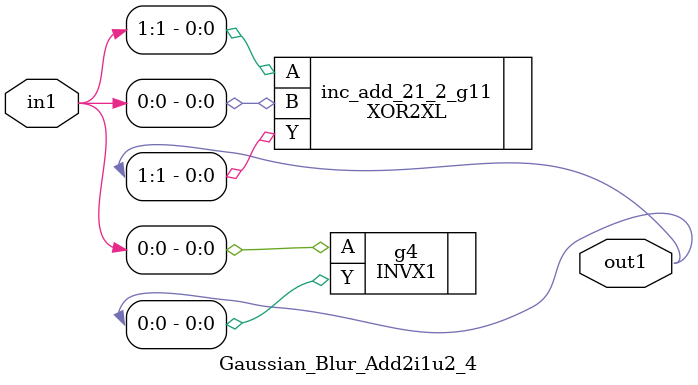
<source format=v>
`timescale 1ps / 1ps


module Gaussian_Blur_Add2i1u2_4(in1, out1);
  input [1:0] in1;
  output [1:0] out1;
  wire [1:0] in1;
  wire [1:0] out1;
  INVX1 g4(.A (in1[0]), .Y (out1[0]));
  XOR2XL inc_add_21_2_g11(.A (in1[1]), .B (in1[0]), .Y (out1[1]));
endmodule


</source>
